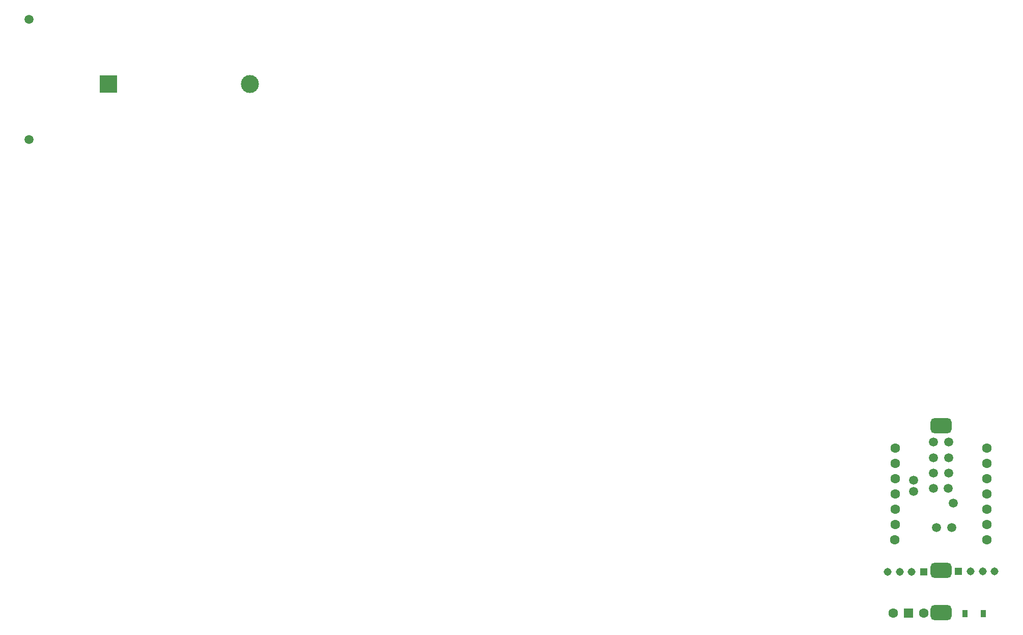
<source format=gbr>
%TF.GenerationSoftware,KiCad,Pcbnew,8.0.4*%
%TF.CreationDate,2024-10-12T11:12:09+09:00*%
%TF.ProjectId,XIAO_ButtonBatteryPCB,5849414f-5f42-4757-9474-6f6e42617474,rev?*%
%TF.SameCoordinates,Original*%
%TF.FileFunction,Soldermask,Bot*%
%TF.FilePolarity,Negative*%
%FSLAX46Y46*%
G04 Gerber Fmt 4.6, Leading zero omitted, Abs format (unit mm)*
G04 Created by KiCad (PCBNEW 8.0.4) date 2024-10-12 11:12:09*
%MOMM*%
%LPD*%
G01*
G04 APERTURE LIST*
G04 Aperture macros list*
%AMRoundRect*
0 Rectangle with rounded corners*
0 $1 Rounding radius*
0 $2 $3 $4 $5 $6 $7 $8 $9 X,Y pos of 4 corners*
0 Add a 4 corners polygon primitive as box body*
4,1,4,$2,$3,$4,$5,$6,$7,$8,$9,$2,$3,0*
0 Add four circle primitives for the rounded corners*
1,1,$1+$1,$2,$3*
1,1,$1+$1,$4,$5*
1,1,$1+$1,$6,$7*
1,1,$1+$1,$8,$9*
0 Add four rect primitives between the rounded corners*
20,1,$1+$1,$2,$3,$4,$5,0*
20,1,$1+$1,$4,$5,$6,$7,0*
20,1,$1+$1,$6,$7,$8,$9,0*
20,1,$1+$1,$8,$9,$2,$3,0*%
G04 Aperture macros list end*
%ADD10R,0.850000X1.200000*%
%ADD11RoundRect,0.625000X1.125000X-0.625000X1.125000X0.625000X-1.125000X0.625000X-1.125000X-0.625000X0*%
%ADD12C,1.500000*%
%ADD13R,1.500000X1.500000*%
%ADD14C,1.600000*%
%ADD15RoundRect,0.625000X-1.125000X0.625000X-1.125000X-0.625000X1.125000X-0.625000X1.125000X0.625000X0*%
%ADD16R,1.308000X1.308000*%
%ADD17C,1.308000*%
%ADD18C,3.000000*%
%ADD19R,3.000000X3.000000*%
G04 APERTURE END LIST*
D10*
%TO.C,D1*%
X166612500Y-100100000D03*
X169662500Y-100100000D03*
%TD*%
D11*
%TO.C,C3*%
X162600000Y-92900000D03*
X162600000Y-68900000D03*
D12*
X162600000Y-68900000D03*
X162600000Y-92900000D03*
%TD*%
D13*
%TO.C,SW1*%
X157160000Y-100000000D03*
D14*
X154620000Y-100000000D03*
X159700000Y-100000000D03*
%TD*%
D12*
%TO.C,U1*%
X164414000Y-85820000D03*
X161814000Y-85820000D03*
X163824000Y-79270001D03*
X161289000Y-79270000D03*
X163834000Y-71600000D03*
X163834000Y-74180000D03*
X163834000Y-76720000D03*
X161294000Y-76720000D03*
X161294000Y-74180000D03*
X161294000Y-71600000D03*
X158064000Y-79820000D03*
X158064000Y-77920000D03*
X164664000Y-81720000D03*
D14*
X170184000Y-72600000D03*
X170184000Y-75140000D03*
X170184000Y-77680000D03*
X170184000Y-80220000D03*
X170184000Y-82760000D03*
X170184000Y-85300000D03*
X170214000Y-87840000D03*
X154934000Y-87840000D03*
X154944000Y-85300000D03*
X154944000Y-82760000D03*
X154944000Y-80220000D03*
X154944000Y-77680000D03*
X154944000Y-75140000D03*
X154944000Y-72600000D03*
%TD*%
D15*
%TO.C,C4*%
X162600000Y-99900000D03*
D11*
X162600000Y-68900000D03*
D12*
X162600000Y-68900000D03*
X162600000Y-99900000D03*
%TD*%
D16*
%TO.C,J2*%
X159700000Y-93200000D03*
D17*
X157700000Y-93200000D03*
X155700000Y-93200000D03*
X153700000Y-93200000D03*
%TD*%
D12*
%TO.C,C2*%
X10850000Y-1314999D03*
X10850000Y-21314999D03*
%TD*%
D18*
%TO.C,C1*%
X47600000Y-12050000D03*
D19*
X24110000Y-12050000D03*
%TD*%
D16*
%TO.C,J1*%
X165500000Y-93100000D03*
D17*
X167500000Y-93100000D03*
X169500000Y-93100000D03*
X171500000Y-93100000D03*
%TD*%
M02*

</source>
